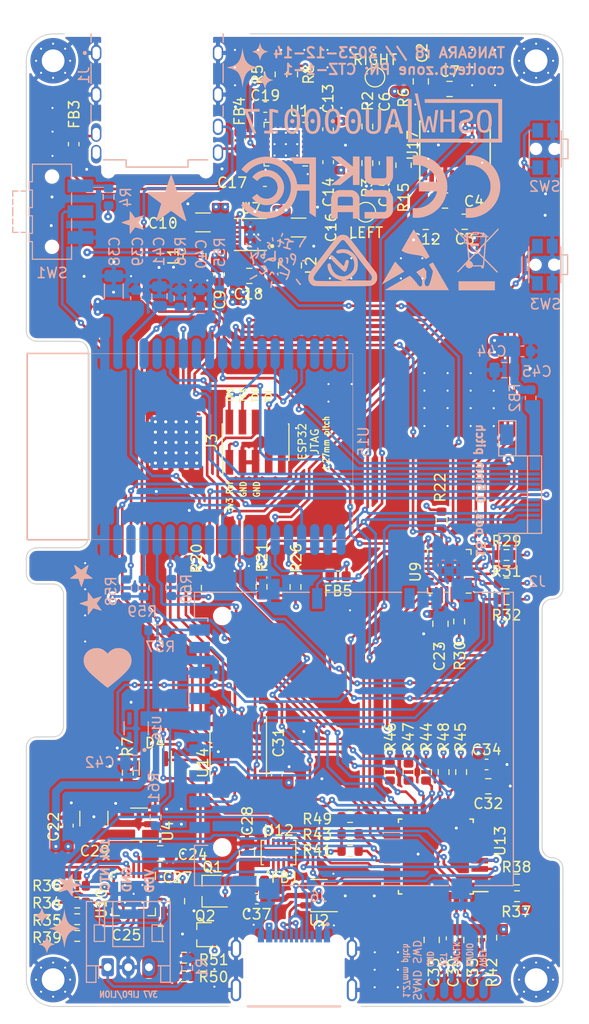
<source format=kicad_pcb>
(kicad_pcb (version 20221018) (generator pcbnew)

  (general
    (thickness 1.566672)
  )

  (paper "A4")
  (title_block
    (comment 4 "AISLER Project ID: ATEUINQR")
  )

  (layers
    (0 "F.Cu" signal)
    (1 "In1.Cu" signal)
    (2 "In2.Cu" signal)
    (31 "B.Cu" signal)
    (32 "B.Adhes" user "B.Adhesive")
    (33 "F.Adhes" user "F.Adhesive")
    (34 "B.Paste" user)
    (35 "F.Paste" user)
    (36 "B.SilkS" user "B.Silkscreen")
    (37 "F.SilkS" user "F.Silkscreen")
    (38 "B.Mask" user)
    (39 "F.Mask" user)
    (40 "Dwgs.User" user "User.Drawings")
    (41 "Cmts.User" user "User.Comments")
    (42 "Eco1.User" user "User.Eco1")
    (43 "Eco2.User" user "User.Eco2")
    (44 "Edge.Cuts" user)
    (45 "Margin" user)
    (46 "B.CrtYd" user "B.Courtyard")
    (47 "F.CrtYd" user "F.Courtyard")
    (48 "B.Fab" user)
    (49 "F.Fab" user)
    (50 "User.1" user)
    (51 "User.2" user)
    (52 "User.3" user)
    (53 "User.4" user)
    (54 "User.5" user)
    (55 "User.6" user)
    (56 "User.7" user)
    (57 "User.8" user)
    (58 "User.9" user)
  )

  (setup
    (stackup
      (layer "F.SilkS" (type "Top Silk Screen") (color "White"))
      (layer "F.Paste" (type "Top Solder Paste"))
      (layer "F.Mask" (type "Top Solder Mask") (color "Purple") (thickness 0.0254))
      (layer "F.Cu" (type "copper") (thickness 0.04318))
      (layer "dielectric 1" (type "prepreg") (thickness 0.202184) (material "FR408-HR") (epsilon_r 3.69) (loss_tangent 0.0091))
      (layer "In1.Cu" (type "copper") (thickness 0.017272))
      (layer "dielectric 2" (type "core") (thickness 0.9906) (material "FR408-HR") (epsilon_r 3.69) (loss_tangent 0.0091))
      (layer "In2.Cu" (type "copper") (thickness 0.017272))
      (layer "dielectric 3" (type "prepreg") (thickness 0.202184) (material "FR408-HR") (epsilon_r 3.69) (loss_tangent 0.0091))
      (layer "B.Cu" (type "copper") (thickness 0.04318))
      (layer "B.Mask" (type "Bottom Solder Mask") (color "Purple") (thickness 0.0254))
      (layer "B.Paste" (type "Bottom Solder Paste"))
      (layer "B.SilkS" (type "Bottom Silk Screen") (color "White"))
      (copper_finish "None")
      (dielectric_constraints no)
    )
    (pad_to_mask_clearance 0)
    (aux_axis_origin 117.25 51)
    (pcbplotparams
      (layerselection 0x00010fc_ffffffff)
      (plot_on_all_layers_selection 0x0000000_00000000)
      (disableapertmacros false)
      (usegerberextensions true)
      (usegerberattributes true)
      (usegerberadvancedattributes true)
      (creategerberjobfile true)
      (dashed_line_dash_ratio 12.000000)
      (dashed_line_gap_ratio 3.000000)
      (svgprecision 6)
      (plotframeref false)
      (viasonmask false)
      (mode 1)
      (useauxorigin false)
      (hpglpennumber 1)
      (hpglpenspeed 20)
      (hpglpendiameter 15.000000)
      (dxfpolygonmode true)
      (dxfimperialunits true)
      (dxfusepcbnewfont true)
      (psnegative false)
      (psa4output false)
      (plotreference true)
      (plotvalue true)
      (plotinvisibletext false)
      (sketchpadsonfab false)
      (subtractmaskfromsilk false)
      (outputformat 1)
      (mirror false)
      (drillshape 0)
      (scaleselection 1)
      (outputdirectory "gerbers2")
    )
  )

  (net 0 "")
  (net 1 "GND")
  (net 2 "/ESP_EN")
  (net 3 "BAT_LEVEL")
  (net 4 "SYS_POWER")
  (net 5 "USB.DP")
  (net 6 "USB.DN")
  (net 7 "3.5mm_DETECT")
  (net 8 "/JTAG.TMS")
  (net 9 "/JTAG.TCK")
  (net 10 "/JTAG.TDO")
  (net 11 "/JTAG.TDI")
  (net 12 "/SWD.SWDIO")
  (net 13 "/SWD.SWCLK")
  (net 14 "/SWD.RESET")
  (net 15 "/Power/NTC")
  (net 16 "~{CHG_PWR_OK}")
  (net 17 "I2C.SCL")
  (net 18 "VBUS")
  (net 19 "I2C.SDA")
  (net 20 "ESP_SPI.PICO")
  (net 21 "/Peripherals/~{DISPLAY_RST}")
  (net 22 "ESP_SPI.SCLK")
  (net 23 "ESP_SPI.DISPLAY_CS")
  (net 24 "DISPLAY_LED_EN")
  (net 25 "/ESP_BOOT")
  (net 26 "~{SD_VDD_EN}")
  (net 27 "/UART.ESP.TX")
  (net 28 "ESP_SPI.POCI")
  (net 29 "DAC.DATA")
  (net 30 "DAC.BCK")
  (net 31 "ESP_SPI.SD_CS")
  (net 32 "DAC.LRCK")
  (net 33 "SAMD_SPI.POCI")
  (net 34 "/UART.ESP.RX")
  (net 35 "SAMD_SPI.CS")
  (net 36 "SAMD_SPI.PICO")
  (net 37 "/~{SAMD_INT}")
  (net 38 "SAMD_SPI.SCLK")
  (net 39 "CHG_SEL")
  (net 40 "AMP_EN")
  (net 41 "/Power/VBUS_SWITCHED")
  (net 42 "~{GPIO_INT}")
  (net 43 "USB_TCC0")
  (net 44 "USB_TCC1")
  (net 45 "KEY_LOCK")
  (net 46 "CHG_STAT1")
  (net 47 "CHG_STAT2")
  (net 48 "~{TOUCH_INT}")
  (net 49 "DISPLAY_DR")
  (net 50 "+3V3")
  (net 51 "+5VA")
  (net 52 "-5VA")
  (net 53 "KEY_VOL_UP")
  (net 54 "Net-(J7-Pin_3)")
  (net 55 "Net-(U1B-+)")
  (net 56 "KEY_VOL_DOWN")
  (net 57 "Net-(J4-CD{slash}DAT3)")
  (net 58 "Net-(J4-CMD)")
  (net 59 "Net-(J4-CLK)")
  (net 60 "Net-(J4-DAT0)")
  (net 61 "Net-(J4-DAT1)")
  (net 62 "Net-(J4-DAT2)")
  (net 63 "unconnected-(J1-Pad6)")
  (net 64 "Net-(J6-CC1)")
  (net 65 "Net-(U13-VDDCORE)")
  (net 66 "unconnected-(J3-UART_TX-Pad7)")
  (net 67 "unconnected-(J3-UART_RX-Pad9)")
  (net 68 "unconnected-(J3-nRst-Pad10)")
  (net 69 "unconnected-(J6-SBU1-PadA8)")
  (net 70 "unconnected-(J6-SBU2-PadB8)")
  (net 71 "Net-(U7-SWN)")
  (net 72 "Net-(U7-SWP)")
  (net 73 "Net-(Q1-G)")
  (net 74 "Net-(U1A-+)")
  (net 75 "Net-(U1A--)")
  (net 76 "Net-(C17-Pad2)")
  (net 77 "Net-(U1B--)")
  (net 78 "Net-(C19-Pad2)")
  (net 79 "Net-(U14E-~{OE})")
  (net 80 "Net-(U14E-S)")
  (net 81 "SYS_PWR_EN_SAMD")
  (net 82 "Net-(U10-CE)")
  (net 83 "Net-(U10-PROG3)")
  (net 84 "Net-(U10-PROG2)")
  (net 85 "Net-(U10-PROG1)")
  (net 86 "unconnected-(U1C-NC-Pad4)")
  (net 87 "unconnected-(U1-Pad6)")
  (net 88 "unconnected-(U1-Pad7)")
  (net 89 "unconnected-(U1-Pad8)")
  (net 90 "unconnected-(U1C-NC-Pad15)")
  (net 91 "Net-(U1C-EN)")
  (net 92 "unconnected-(U12-ORIENT-Pad8)")
  (net 93 "unconnected-(U12-SWMONI-Pad9)")
  (net 94 "unconnected-(U15-I39{slash}NOINT-Pad5)")
  (net 95 "unconnected-(U15-SHD{slash}SD2-Pad17)")
  (net 96 "unconnected-(U15-SWP{slash}SD3-Pad18)")
  (net 97 "unconnected-(U15-SCS{slash}CMD-Pad19)")
  (net 98 "unconnected-(U15-SCK{slash}CLK-Pad20)")
  (net 99 "unconnected-(U15-SDO{slash}SD0-Pad21)")
  (net 100 "unconnected-(U15-SDI{slash}SD1-Pad22)")
  (net 101 "unconnected-(U15-IO16-Pad27)")
  (net 102 "unconnected-(U15-IO17-Pad28)")
  (net 103 "unconnected-(U15-NC-Pad32)")
  (net 104 "Net-(J2-Pin_13)")
  (net 105 "Net-(FB3-Pad2)")
  (net 106 "Net-(FB4-Pad2)")
  (net 107 "Net-(J4-VDD)")
  (net 108 "unconnected-(U16-NC-Pad4)")
  (net 109 "Net-(SW1-C)")
  (net 110 "Net-(Q1-S)")
  (net 111 "DAC.MCK")
  (net 112 "SD_CD")
  (net 113 "Net-(U17-CPCA)")
  (net 114 "Net-(U17-CPCB)")
  (net 115 "unconnected-(U1-Pad1)")
  (net 116 "Net-(U17-VMID)")
  (net 117 "Net-(U17-CPVOUTN)")
  (net 118 "unconnected-(U1-Pad23)")
  (net 119 "Net-(U17-LINEVOUTL)")
  (net 120 "Net-(U17-LINEVOUTR)")
  (net 121 "unconnected-(U1-Pad24)")
  (net 122 "unconnected-(U17-ZFLAG-Pad7)")
  (net 123 "unconnected-(U9-IO0_6-Pad7)")
  (net 124 "unconnected-(U9-IO1_4-Pad14)")
  (net 125 "unconnected-(U9-IO1_5-Pad15)")
  (net 126 "unconnected-(U9-IO1_6-Pad16)")
  (net 127 "unconnected-(U9-IO1_7-Pad17)")
  (net 128 "Net-(U4-EN)")
  (net 129 "unconnected-(U4-NC-Pad4)")
  (net 130 "unconnected-(U13-PA06-Pad7)")
  (net 131 "unconnected-(U13-PA27-Pad25)")
  (net 132 "unconnected-(U13-PA28-Pad27)")
  (net 133 "Net-(Q2-D)")
  (net 134 "Net-(J6-CC2)")
  (net 135 "unconnected-(U13-PA07-Pad8)")
  (net 136 "unconnected-(U9-IO1_3-Pad13)")
  (net 137 "Net-(J6-DP-PadA6)")
  (net 138 "Net-(J6-DN-PadA7)")

  (footprint "Package_TO_SOT_SMD:TSOT-23" (layer "F.Cu") (at 135.476849 134.455179 180))

  (footprint "Package_TO_SOT_SMD:SOT-23-5" (layer "F.Cu") (at 128.415497 127.954481 180))

  (footprint "footprints:MountingHole_2.2mm_M2_Pad_Via2" (layer "F.Cu") (at 166.9 143))

  (footprint "Inductor_SMD:L_1008_2520Metric" (layer "F.Cu") (at 133.801417 72.973879 90))

  (footprint "Capacitor_SMD:C_0805_2012Metric" (layer "F.Cu") (at 130.473198 130.774567))

  (footprint "Resistor_SMD:R_0603_1608Metric" (layer "F.Cu") (at 122.434189 137.149989 180))

  (footprint "Resistor_SMD:R_0603_1608Metric" (layer "F.Cu") (at 143.26099 55.373674 90))

  (footprint "footprints:QFN-20-1EP_4x4mm_P0.5mm_EP2.5x2.5mm_ThermalVias2" (layer "F.Cu") (at 127.902083 134.695156 -90))

  (footprint "Capacitor_SMD:C_0805_2012Metric" (layer "F.Cu") (at 130.529632 138.571066))

  (footprint "Capacitor_SMD:C_0603_1608Metric" (layer "F.Cu") (at 152.216943 60.416276 -90))

  (footprint "Package_DFN_QFN:HVQFN-24-1EP_4x4mm_P0.5mm_EP2.1x2.1mm" (layer "F.Cu") (at 158.484595 103.47166 180))

  (footprint "Package_TO_SOT_SMD:SOT-23" (layer "F.Cu") (at 130.000805 122.549717 -90))

  (footprint "Resistor_SMD:R_0603_1608Metric" (layer "F.Cu") (at 148.873745 127.25515))

  (footprint "Capacitor_SMD:C_0603_1608Metric" (layer "F.Cu") (at 136.172745 74.724126 -90))

  (footprint "Resistor_SMD:R_0603_1608Metric" (layer "F.Cu") (at 165.049071 134.922126 180))

  (footprint "Resistor_SMD:R_0603_1608Metric" (layer "F.Cu") (at 159.445045 108.327463 90))

  (footprint "Capacitor_SMD:C_0603_1608Metric" (layer "F.Cu") (at 121.530086 128.089529 90))

  (footprint "Resistor_SMD:R_0603_1608Metric" (layer "F.Cu") (at 150.5451 60.416276 -90))

  (footprint "Capacitor_SMD:C_0603_1608Metric" (layer "F.Cu") (at 146.738191 60.685697 -90))

  (footprint "Resistor_SMD:R_0603_1608Metric" (layer "F.Cu") (at 165.050103 133.305697 180))

  (footprint "Capacitor_SMD:C_0603_1608Metric" (layer "F.Cu") (at 152.216095 63.952058 90))

  (footprint "footprints:BD91N01NUX-E2" (layer "F.Cu") (at 141.938445 130.694772 90))

  (footprint "Capacitor_SMD:C_0805_2012Metric" (layer "F.Cu") (at 159.982062 69.634671 180))

  (footprint "Resistor_SMD:R_0603_1608Metric" (layer "F.Cu") (at 122.434189 138.766966 180))

  (footprint "Capacitor_SMD:C_0805_2012Metric" (layer "F.Cu") (at 156.782387 139.153476 90))

  (footprint "Inductor_SMD:L_0603_1608Metric" (layer "F.Cu") (at 139.793489 133.408759 180))

  (footprint "Resistor_SMD:R_0603_1608Metric" (layer "F.Cu") (at 148.873745 130.546956))

  (footprint "Resistor_SMD:R_0805_2012Metric" (layer "F.Cu") (at 154.05507 60.232017 -90))

  (footprint "Capacitor_SMD:C_0603_1608Metric" (layer "F.Cu") (at 140.620589 65.704592 180))

  (footprint "Capacitor_SMD:C_0805_2012Metric" (layer "F.Cu") (at 132.103885 135.401996 -90))

  (footprint "Capacitor_SMD:C_0603_1608Metric" (layer "F.Cu") (at 139.845147 135.157118 180))

  (footprint "Resistor_SMD:R_0603_1608Metric" (layer "F.Cu") (at 157.736387 98.523188 90))

  (footprint "Capacitor_SMD:C_0805_2012Metric" (layer "F.Cu") (at 139.111897 74.874786))

  (footprint "Resistor_SMD:R_0603_1608Metric" (layer "F.Cu") (at 122.439406 135.533013))

  (footprint "Resistor_SMD:R_0603_1608Metric" (layer "F.Cu") (at 132.78644 140.877326))

  (footprint "Inductor_SMD:L_1008_2520Metric" (layer "F.Cu") (at 143.044904 73.86026 -90))

  (footprint "Capacitor_SMD:C_0805_2012Metric" (layer "F.Cu") (at 156.207041 69.648592 180))

  (footprint "Capacitor_SMD:C_0805_2012Metric" (layer "F.Cu") (at 158.07357 67.582319 180))

  (footprint "Resistor_SMD:R_0603_1608Metric" (layer "F.Cu") (at 162.554135 138.938126 -90))

  (footprint "Package_SO:TSSOP-16_4.4x5mm_P0.65mm" (layer "F.Cu") (at 138.037154 121.127252 -90))

  (footprint "Capacitor_SMD:C_0805_2012Metric" (layer "F.Cu") (at 158.513691 56.778764))

  (footprint "Inductor_SMD:L_0603_1608Metric" (layer "F.Cu") (at 138.136435 61.76766 -90))

  (footprint "Resistor_SMD:R_0603_1608Metric" (layer "F.Cu") (at 133.941895 105.064074 90))

  (footprint "Resistor_SMD:R_0603_1608Metric" (layer "F.Cu") (at 143.585559 104.993281 90))

  (footprint "Resistor_SMD:R_0603_1608Metric" (layer "F.Cu") (at 140.296114 104.976392 90))

  (footprint "Package_TO_SOT_SMD:SOT-23-6" (layer "F.Cu")
    (tstamp 98c16f2b-77bb-43d5-908d-2856eeb3b2ec)
    (at 145.845749 134.861076 180)
    (descr "SOT, 6 Pin (https://www.jedec.org/sites/default/files/docs/Mo-178c.PDF variant AB), generated with kicad-footprint-generator ipc_gullwing_generator.py")
    (tags "SOT TO_SOT_SMD")
    (property "MPN" "USBLC6-2SC6")
    (property "Sheetfile" "power.kicad_sch")
    (property "Sheetname" "Power")
    (property "ki_description" "Very low capacitance ESD protection diode, 2 data-line, SOT-23-6")
    (property "ki_keywords" "usb ethernet video")
    (path "/3e1bbe1f-2b0b-4dc2-a25f-c37315228fda/0c593d95-d021-4454-ae4f-36918ae6b686")
    (attr smd)
    (fp_text reference "U2" (at 0 -2.4) (layer "F.SilkS")
        (effects (font (size 1 1) (thickness 0.15)))
      (tstamp fb3c9ba8-d984-4e3f-828c-351ed15296b5)
    )
    (fp_text value "USBLC6-2SC6" (at 0 2.4) (layer "F.Fab")
        (effects (font (size 1 1) (thickness 0.15)))
      (tstamp ace24739-ef5d-4768-b649-b0a285b6e1c5)
    )
    (fp_text user "${REFERENCE}" (at 0 0) (layer "F.Fab")
        (effects (font (size 0.4 0.4) (thickness 0.06)))
      (tstamp c3d98806-46e3-44f7-8a65-1b6f4b58dcd1)
    )
    (fp_line (start 0 -1.56) (end -1.8 -1.56)
      (stroke (width 0.12) (type solid)) (layer "F.SilkS") (tstamp eaf5eda0-6e83-4661-bd3b-f0f26059735b))
    (fp_line (start 0 -1.56) (end 0.8 -1.56)
      (stroke (width 0.12) (type solid)) (layer "F.SilkS") (tstamp 2cc74184-c9db-49d2-9c5a-51879f6693e2))
    (fp_line (start 0 1.56) (end -0.8 1.56)
      (stroke (width 0.12) (type solid)) (layer "F.SilkS") (tstamp 7066af6d-7552-4607-8b96-727e3cbc8f62))
    (fp_line (start 0 1.56) (end 0.8 1.56)
      (stroke (width 0.12) (type solid)) (layer "F.SilkS") (tstamp 4f6d4b74-dc71-4cf0-9d48-f1e62976961f))
    (fp_line (start -2.05 -1.7) (end -2.05 1.7)
      (stroke (width 0.05) (type solid)) (layer "F.CrtYd") (tstamp 23ef1045-b9eb-42ab-8c01-f4e3e8347144))
    (fp_line (start -2.05 1.7) (end 2.05 1.7)
      (stroke (width 0.05) (type solid)) (layer "F.CrtYd") (tstamp ddb598d8-a83e-4371-a7a3-496ee11a672e))
    (fp_line (start 2.05 -1.7) (end -2.05 -1.7)
      (stroke (width 0.05) (type solid)) (layer "F.CrtYd") (tstamp ecfe948c-e1d1-4321-8338-610759f29c91))
    (fp_line (start 2.05 1.7) (end 2.05 -1.7)
      (stroke (width 0.05) (type solid)) (layer "F.CrtYd") (tstamp fa7c5f7c-ab2b-4d50-9b23-deddaa58df6c))
    (fp_line (start -0.8 -1.05) (end -0.4 -1.45)
      (stroke (width 0.1) (type solid)) (layer "F.Fab") (tstamp 1a85b34f-7026-42d6-8c62-11e8d01987e0))
    (fp_line (start -0.8 1.45) (end -0.8 -1.05)
      (stroke (width 0.1) (type solid)) (layer "F.Fab") (tstamp a5dfe8e8-3c99-4f6e-99c7-f6f171d256e3))
    (fp_line (start -0.4 -1.45) (end 0.8 -1.45)
      (stroke (width 0.1) (type solid)) (layer "F.Fab") (tstamp ddc675b4-0fc5-4911-8808-29cb524f3d49))
    (fp_line (start 0.8 -1.45) (end 0.8 1.45)
      (stroke (width 0.1) (type solid)) (layer "F.Fab") (tstamp a16c3936-2efe-43a0-864b-63447bc25afd))
    (fp_line (start 0.8 1.45) 
... [3691218 chars truncated]
</source>
